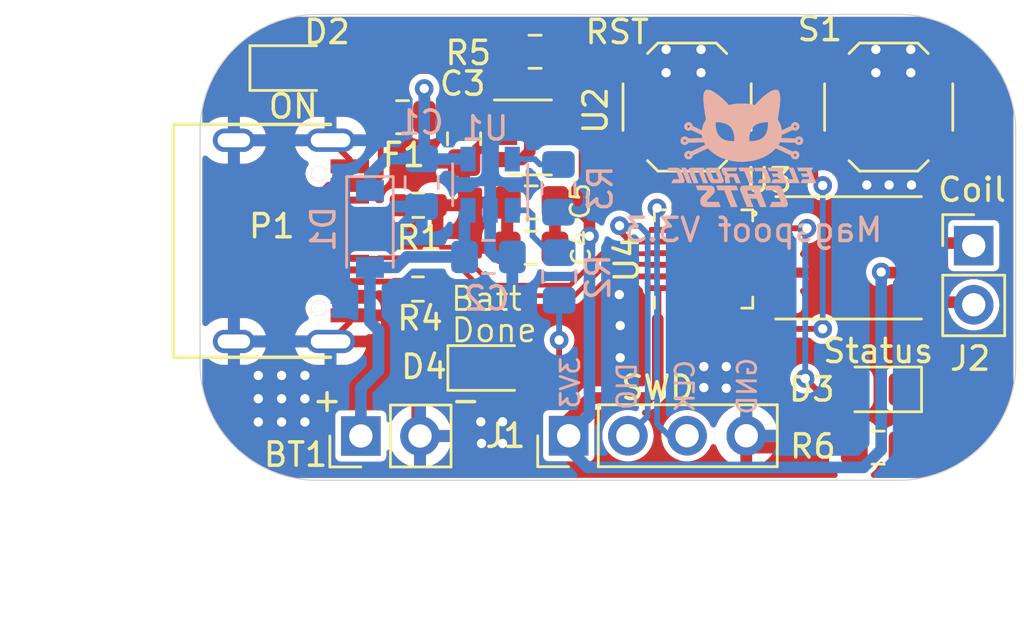
<source format=kicad_pcb>
(kicad_pcb (version 20221018) (generator pcbnew)
  (title_block (title "Magspoof V3") (date "2020-02-04") (rev "3.3v") (company "Electronic Cats") (comment 1 "Eduardo Contreras"))
  (layers (0 "F.Cu" signal) (31 "B.Cu" signal) (34 "B.Paste" user) (35 "F.Paste" user) (36 "B.SilkS" user "B.Silkscreen") (37 "F.SilkS" user "F.Silkscreen") (38 "B.Mask" user) (39 "F.Mask" user) (44 "Edge.Cuts" user))
  (net 0 "")
  (net 1 "GND")
  (net 2 "+3V3")
  (net 3 "VBUS")
  (net 4 "/LED")
  (net 5 "Net-(D2-Pad1)")
  (net 6 "/D+")
  (net 7 "/D-")
  (net 8 "/SWCLK")
  (net 9 "/SWDIO")
  (net 10 "/Out_B")
  (net 11 "/Out_A")
  (net 12 "/RST")
  (net 13 "/SW1")
  (net 14 "/IN_B")
  (net 15 "/IN_A")
  (net 16 "Net-(U3-Pad8)")
  (net 17 "Net-(U3-Pad1)")
  (net 18 "+BATT")
  (net 19 "Net-(D4-Pad2)")
  (net 20 "Net-(D3-Pad1)")
  (net 21 "Net-(R2-Pad1)")
  (net 22 "Net-(U2-Pad4)")
  (net 23 "Net-(U4-Pad17)")
  (net 24 "Net-(U4-Pad16)")
  (net 25 "Net-(U4-Pad15)")
  (net 26 "Net-(U4-Pad14)")
  (net 27 "Net-(U4-Pad13)")
  (net 28 "Net-(U4-Pad12)")
  (net 29 "Net-(U4-Pad10)")
  (net 30 "Net-(U4-Pad9)")
  (net 31 "Net-(U4-Pad6)")
  (net 32 "Net-(U4-Pad5)")
  (net 33 "Net-(U4-Pad4)")
  (net 34 "Net-(U4-Pad3)")
  (net 35 "Net-(U4-Pad2)")
  (net 36 "Net-(F1-Pad1)")
  (net 37 "Net-(P1-PadB5)")
  (net 38 "Net-(P1-PadA5)")
  (net 39 "Net-(R3-Pad1)")
  (footprint "LED_SMD:LED_0805_2012Metric_Pad1.15x1.40mm_HandSolder" (layer "F.Cu") (at 111.5 92.3)
    (fp_text reference "D2" (at 1.45 -1.55) (layer "F.SilkS"))
    (fp_text value "ON" (at 0 1.65) (layer "F.SilkS"))
    (pad "1" smd roundrect (at -1.025 0) (size 1.15 1.4) (layers "F.Cu" "F.Paste" "F.Mask") (roundrect_rratio 0.2173904348) (net 5 "Net-(D2-Pad1)"))
    (pad "2" smd roundrect (at 1.025 0) (size 1.15 1.4) (layers "F.Cu" "F.Paste" "F.Mask") (roundrect_rratio 0.2173904348) (net 2 "+3V3"))
  )
  (footprint "Connector_PinHeader_2.54mm:PinHeader_1x04_P2.54mm_Vertical" (layer "F.Cu") (at 123.32 108.09 90)
    (fp_text reference "J1" (at 0 -2.71 180) (layer "F.SilkS"))
    (fp_text value "SWD" (at 2.06 3.81 180) (layer "F.SilkS"))
    (pad "1" thru_hole rect (at 0 0 90) (size 1.7 1.7) (drill 1) (layers "*.Cu" "*.Mask") (net 2 "+3V3"))
    (pad "2" thru_hole oval (at 0 2.54 90) (size 1.7 1.7) (drill 1) (layers "*.Cu" "*.Mask") (net 9 "/SWDIO"))
    (pad "3" thru_hole oval (at 0 5.08 90) (size 1.7 1.7) (drill 1) (layers "*.Cu" "*.Mask") (net 8 "/SWCLK"))
    (pad "4" thru_hole oval (at 0 7.62 90) (size 1.7 1.7) (drill 1) (layers "*.Cu" "*.Mask") (net 1 "GND"))
  )
  (footprint "Connector_PinHeader_2.54mm:PinHeader_1x02_P2.54mm_Vertical" (layer "F.Cu") (at 140.7 99.925)
    (fp_text reference "J2" (at -0.15 4.85) (layer "F.SilkS"))
    (fp_text value "Coil" (at -0.075 -2.4) (layer "F.SilkS"))
    (pad "1" thru_hole rect (at 0 0) (size 1.7 1.7) (drill 1) (layers "*.Cu" "*.Mask") (net 11 "/Out_A"))
    (pad "2" thru_hole oval (at 0 2.54) (size 1.7 1.7) (drill 1) (layers "*.Cu" "*.Mask") (net 10 "/Out_B"))
  )
  (footprint "Resistor_SMD:R_0805_2012Metric_Pad1.15x1.40mm_HandSolder" (layer "F.Cu") (at 136.6 108.6 180)
    (fp_text reference "R6" (at 2.8 0.05 180) (layer "F.SilkS"))
    (fp_text value "180R")
    (pad "1" smd roundrect (at -1.025 0 180) (size 1.15 1.4) (layers "F.Cu" "F.Paste" "F.Mask") (roundrect_rratio 0.2173904348) (net 20 "Net-(D3-Pad1)"))
    (pad "2" smd roundrect (at 1.025 0 180) (size 1.15 1.4) (layers "F.Cu" "F.Paste" "F.Mask") (roundrect_rratio 0.2173904348) (net 1 "GND"))
  )
  (footprint "Connector_PinHeader_2.54mm:PinHeader_1x02_P2.54mm_Vertical" (layer "F.Cu") (at 114.4 108.1 90)
    (fp_text reference "BT1" (at -0.8 -2.8 180) (layer "F.SilkS"))
    (fp_text value "Battery_Cell")
    (pad "1" thru_hole rect (at 0 0 90) (size 1.7 1.7) (drill 1) (layers "*.Cu" "*.Mask") (net 18 "+BATT"))
    (pad "2" thru_hole oval (at 0 2.54 90) (size 1.7 1.7) (drill 1) (layers "*.Cu" "*.Mask") (net 1 "GND"))
  )
  (footprint "LED_SMD:LED_0805_2012Metric_Pad1.15x1.40mm_HandSolder" (layer "F.Cu") (at 119.995 105.18)
    (fp_text reference "D4" (at -2.885 -0.05 180) (layer "F.SilkS"))
    (fp_text value "CHG")
    (pad "1" smd roundrect (at -1.025 0) (size 1.15 1.4) (layers "F.Cu" "F.Paste" "F.Mask") (roundrect_rratio 0.2173904348) (net 1 "GND"))
    (pad "2" smd roundrect (at 1.025 0) (size 1.15 1.4) (layers "F.Cu" "F.Paste" "F.Mask") (roundrect_rratio 0.2173904348) (net 19 "Net-(D4-Pad2)"))
  )
  (footprint "LED_SMD:LED_0805_2012Metric_Pad1.15x1.40mm_HandSolder" (layer "F.Cu") (at 136.6 106.1 180)
    (fp_text reference "D3" (at 2.85 0 180) (layer "F.SilkS"))
    (fp_text value "Status" (at 0 1.65 180) (layer "F.SilkS"))
    (pad "1" smd roundrect (at -1.025 0 180) (size 1.15 1.4) (layers "F.Cu" "F.Paste" "F.Mask") (roundrect_rratio 0.2173904348) (net 20 "Net-(D3-Pad1)"))
    (pad "2" smd roundrect (at 1.025 0 180) (size 1.15 1.4) (layers "F.Cu" "F.Paste" "F.Mask") (roundrect_rratio 0.2173904348) (net 4 "/LED"))
  )
  (footprint "Button_Switch_SMD:SW_SPST_TL3342" (layer "F.Cu") (at 137.05 93.975)
    (fp_text reference "SW1")
    (fp_text value "S1" (at -2.95 -3.35) (layer "F.SilkS"))
    (pad "1" smd rect (at -3.15 -1.9) (size 1.7 1) (layers "F.Cu" "F.Paste" "F.Mask") (net 1 "GND"))
    (pad "1" smd rect (at 3.15 -1.9) (size 1.7 1) (layers "F.Cu" "F.Paste" "F.Mask") (net 1 "GND"))
    (pad "2" smd rect (at -3.15 1.9) (size 1.7 1) (layers "F.Cu" "F.Paste" "F.Mask") (net 13 "/SW1"))
    (pad "2" smd rect (at 3.15 1.9) (size 1.7 1) (layers "F.Cu" "F.Paste" "F.Mask") (net 13 "/SW1"))
  )
  (footprint "Button_Switch_SMD:SW_SPST_TL3342" (layer "F.Cu") (at 128.4 93.975)
    (fp_text reference "SW2")
    (fp_text value "RST" (at -3 -3.225) (layer "F.SilkS"))
    (pad "1" smd rect (at -3.15 -1.9) (size 1.7 1) (layers "F.Cu" "F.Paste" "F.Mask") (net 1 "GND"))
    (pad "1" smd rect (at 3.15 -1.9) (size 1.7 1) (layers "F.Cu" "F.Paste" "F.Mask") (net 1 "GND"))
    (pad "2" smd rect (at -3.15 1.9) (size 1.7 1) (layers "F.Cu" "F.Paste" "F.Mask") (net 12 "/RST"))
    (pad "2" smd rect (at 3.15 1.9) (size 1.7 1) (layers "F.Cu" "F.Paste" "F.Mask") (net 12 "/RST"))
  )
  (footprint "Package_DFN_QFN:QFN-24-1EP_4x4mm_P0.5mm_EP2.6x2.6mm" (layer "F.Cu") (at 129.1075 100.5 90)
    (fp_text reference "U4" (at 0 -3.3 90) (layer "F.SilkS"))
    (fp_text value "ATSAMD11D14A-M")
    (pad "1" smd roundrect (at -1.9375 -1.25 90) (size 0.825 0.25) (layers "F.Cu" "F.Paste" "F.Mask") (net 13 "/SW1"))
    (pad "2" smd roundrect (at -1.9375 -0.75 90) (size 0.825 0.25) (layers "F.Cu" "F.Paste" "F.Mask") (net 35 "Net-(U4-Pad2)"))
    (pad "3" smd roundrect (at -1.9375 -0.25 90) (size 0.825 0.25) (layers "F.Cu" "F.Paste" "F.Mask") (net 34 "Net-(U4-Pad3)"))
    (pad "4" smd roundrect (at -1.9375 0.25 90) (size 0.825 0.25) (layers "F.Cu" "F.Paste" "F.Mask") (net 33 "Net-(U4-Pad4)"))
    (pad "5" smd roundrect (at -1.9375 0.75 90) (size 0.825 0.25) (layers "F.Cu" "F.Paste" "F.Mask") (net 32 "Net-(U4-Pad5)"))
    (pad "6" smd roundrect (at -1.9375 1.25 90) (size 0.825 0.25) (layers "F.Cu" "F.Paste" "F.Mask") (net 31 "Net-(U4-Pad6)"))
    (pad "7" smd roundrect (at -1.25 1.9375 90) (size 0.25 0.825) (layers "F.Cu" "F.Paste" "F.Mask") (net 15 "/IN_A"))
    (pad "8" smd roundrect (at -0.75 1.9375 90) (size 0.25 0.825) (layers "F.Cu" "F.Paste" "F.Mask") (net 14 "/IN_B"))
    (pad "9" smd roundrect (at -0.25 1.9375 90) (size 0.25 0.825) (layers "F.Cu" "F.Paste" "F.Mask") (net 30 "Net-(U4-Pad9)"))
    (pad "10" smd roundrect (at 0.25 1.9375 90) (size 0.25 0.825) (layers "F.Cu" "F.Paste" "F.Mask") (net 29 "Net-(U4-Pad10)"))
    (pad "11" smd roundrect (at 0.75 1.9375 90) (size 0.25 0.825) (layers "F.Cu" "F.Paste" "F.Mask") (net 4 "/LED"))
    (pad "12" smd roundrect (at 1.25 1.9375 90) (size 0.25 0.825) (layers "F.Cu" "F.Paste" "F.Mask") (net 28 "Net-(U4-Pad12)"))
    (pad "13" smd roundrect (at 1.9375 1.25 90) (size 0.825 0.25) (layers "F.Cu" "F.Paste" "F.Mask") (net 27 "Net-(U4-Pad13)"))
    (pad "14" smd roundrect (at 1.9375 0.75 90) (size 0.825 0.25) (layers "F.Cu" "F.Paste" "F.Mask") (net 26 "Net-(U4-Pad14)"))
    (pad "15" smd roundrect (at 1.9375 0.25 90) (size 0.825 0.25) (layers "F.Cu" "F.Paste" "F.Mask") (net 25 "Net-(U4-Pad15)"))
    (pad "16" smd roundrect (at 1.9375 -0.25 90) (size 0.825 0.25) (layers "F.Cu" "F.Paste" "F.Mask") (net 24 "Net-(U4-Pad16)"))
    (pad "17" smd roundrect (at 1.9375 -0.75 90) (size 0.825 0.25) (layers "F.Cu" "F.Paste" "F.Mask") (net 23 "Net-(U4-Pad17)"))
    (pad "18" smd roundrect (at 1.9375 -1.25 90) (size 0.825 0.25) (layers "F.Cu" "F.Paste" "F.Mask") (net 12 "/RST"))
    (pad "19" smd roundrect (at 1.25 -1.9375 90) (size 0.25 0.825) (layers "F.Cu" "F.Paste" "F.Mask") (net 8 "/SWCLK"))
    (pad "20" smd roundrect (at 0.75 -1.9375 90) (size 0.25 0.825) (layers "F.Cu" "F.Paste" "F.Mask") (net 9 "/SWDIO"))
    (pad "21" smd roundrect (at 0.25 -1.9375 90) (size 0.25 0.825) (layers "F.Cu" "F.Paste" "F.Mask") (net 7 "/D-"))
    (pad "22" smd roundrect (at -0.25 -1.9375 90) (size 0.25 0.825) (layers "F.Cu" "F.Paste" "F.Mask") (net 6 "/D+"))
    (pad "23" smd roundrect (at -0.75 -1.9375 90) (size 0.25 0.825) (layers "F.Cu" "F.Paste" "F.Mask") (net 1 "GND"))
    (pad "24" smd roundrect (at -1.25 -1.9375 90) (size 0.25 0.825) (layers "F.Cu" "F.Paste" "F.Mask") (net 2 "+3V3"))
    (pad "25" smd rect (at 0 0 90) (size 2.6 2.6) (layers "F.Cu" "F.Mask"))
  )
  (footprint "Fuse:Fuse_0805_2012Metric" (layer "F.Cu") (at 116.19 94.41)
    (fp_text reference "F1" (at 0.06 1.62) (layer "F.SilkS"))
    (fp_text value "0.5A")
    (pad "1" smd roundrect (at -0.9375 0) (size 0.975 1.4) (layers "F.Cu" "F.Paste" "F.Mask") (net 36 "Net-(F1-Pad1)"))
    (pad "2" smd roundrect (at 0.9375 0) (size 0.975 1.4) (layers "F.Cu" "F.Paste" "F.Mask") (net 3 "VBUS"))
  )
  (footprint "Connectors:C393939" (layer "F.Cu") (at 113.1 99.72 -90)
    (fp_text reference "P1" (at -0.63 2.52 180) (layer "F.SilkS"))
    (fp_text value "USB_C_Plug_USB2.0")
    (pad "" thru_hole circle (at -2.89 0.5 270) (size 0.65 0.65) (drill 0.65) (layers "*.Cu" "*.Mask"))
    (pad "" thru_hole circle (at 2.89 0.5 270) (size 0.65 0.65) (drill 0.65) (layers "*.Cu" "*.Mask"))
    (pad "A1" smd rect (at -3.2 -0.825 270) (size 0.6 1.65) (layers "F.Cu" "F.Paste" "F.Mask") (net 1 "GND"))
    (pad "A1" smd rect (at 3.2 -0.825 270) (size 0.6 1.65) (layers "F.Cu" "F.Paste" "F.Mask") (net 1 "GND"))
    (pad "A4" smd rect (at -2.4 -0.825 270) (size 0.6 1.65) (layers "F.Cu" "F.Paste" "F.Mask") (net 36 "Net-(F1-Pad1)"))
    (pad "A4" smd rect (at 2.4 -0.825 270) (size 0.6 1.65) (layers "F.Cu" "F.Paste" "F.Mask") (net 36 "Net-(F1-Pad1)"))
    (pad "A5" smd rect (at -1.25 -0.825 270) (size 0.3 1.65) (layers "F.Cu" "F.Paste" "F.Mask") (net 38 "Net-(P1-PadA5)"))
    (pad "A6" smd rect (at -0.25 -0.825 270) (size 0.3 1.65) (layers "F.Cu" "F.Paste" "F.Mask") (net 6 "/D+"))
    (pad "A6" smd rect (at 0.75 -0.825 270) (size 0.3 1.65) (layers "F.Cu" "F.Paste" "F.Mask") (net 6 "/D+"))
    (pad "A7" smd rect (at -0.75 -0.825 270) (size 0.3 1.65) (layers "F.Cu" "F.Paste" "F.Mask") (net 7 "/D-"))
    (pad "A7" smd rect (at 0.25 -0.825 270) (size 0.3 1.65) (layers "F.Cu" "F.Paste" "F.Mask") (net 7 "/D-"))
    (pad "A8" smd rect (at -1.75 -0.825 270) (size 0.3 1.65) (layers "F.Cu" "F.Paste" "F.Mask"))
    (pad "B5" smd rect (at 1.75 -0.825 270) (size 0.3 1.65) (layers "F.Cu" "F.Paste" "F.Mask") (net 37 "Net-(P1-PadB5)"))
    (pad "B8" smd rect (at 1.25 -0.825 270) (size 0.3 1.65) (layers "F.Cu" "F.Paste" "F.Mask"))
    (pad "S1" thru_hole oval (at -4.32 0 270) (size 1 2.1) (drill oval 0.6 1.7) (layers "*.Cu" "*.Mask") (net 1 "GND"))
    (pad "S1" thru_hole oval (at -4.32 4.15 270) (size 1 1.8) (drill oval 0.6 1.4) (layers "*.Cu" "*.Mask") (net 1 "GND"))
    (pad "S1" thru_hole oval (at 4.32 0 270) (size 1 2.1) (drill oval 0.6 1.7) (layers "*.Cu" "*.Mask") (net 1 "GND"))
    (pad "S1" thru_hole oval (at 4.32 4.15 270) (size 1 1.8) (drill oval 0.6 1.4) (layers "*.Cu" "*.Mask") (net 1 "GND"))
  )
  (footprint "Resistor_SMD:R_0603_1608Metric" (layer "F.Cu") (at 116.865 98.19 180)
    (fp_text reference "R1" (at -0.045 -1.41) (layer "F.SilkS"))
    (fp_text value "5.1k")
    (pad "1" smd roundrect (at -0.825 0 180) (size 0.8 0.95) (layers "F.Cu" "F.Paste" "F.Mask") (net 1 "GND"))
    (pad "2" smd roundrect (at 0.825 0 180) (size 0.8 0.95) (layers "F.Cu" "F.Paste" "F.Mask") (net 38 "Net-(P1-PadA5)"))
  )
  (footprint "Capacitor_SMD:C_0805_2012Metric_Pad1.15x1.40mm_HandSolder" (layer "F.Cu") (at 121.71 98.07 180)
    (fp_text reference "C5" (at -2.1 0.05 90) (layer "F.SilkS") (effects (font (size 0.8 0.8) (thickness 0.12))))
    (fp_text value "0.1uF")
    (pad "1" smd roundrect (at -1.025 0 180) (size 1.15 1.4) (layers "F.Cu" "F.Paste" "F.Mask") (roundrect_rratio 0.2173904348) (net 2 "+3V3"))
    (pad "2" smd roundrect (at 1.025 0 180) (size 1.15 1.4) (layers "F.Cu" "F.Paste" "F.Mask") (roundrect_rratio 0.2173904348) (net 1 "GND"))
  )
  (footprint "Capacitor_SMD:C_0805_2012Metric_Pad1.15x1.40mm_HandSolder" (layer "F.Cu") (at 118.83 95.335 -90)
    (fp_text reference "C3" (at -2.365 0.06 180) (layer "F.SilkS"))
    (fp_text value "10uF")
    (pad "1" smd roundrect (at -1.025 0 270) (size 1.15 1.4) (layers "F.Cu" "F.Paste" "F.Mask") (roundrect_rratio 0.2173904348) (net 3 "VBUS"))
    (pad "2" smd roundrect (at 1.025 0 270) (size 1.15 1.4) (layers "F.Cu" "F.Paste" "F.Mask") (roundrect_rratio 0.2173904348) (net 1 "GND"))
  )
  (footprint "Capacitor_SMD:C_0805_2012Metric_Pad1.15x1.40mm_HandSolder" (layer "F.Cu") (at 121.705 100.02 180)
    (fp_text reference "C4" (at -2.15 0 90) (layer "F.SilkS") (effects (font (size 0.8 0.8) (thickness 0.12))))
    (fp_text value "10uF")
    (pad "1" smd roundrect (at -1.025 0 180) (size 1.15 1.4) (layers "F.Cu" "F.Paste" "F.Mask") (roundrect_rratio 0.2173904348) (net 2 "+3V3"))
    (pad "2" smd roundrect (at 1.025 0 180) (size 1.15 1.4) (layers "F.Cu" "F.Paste" "F.Mask") (roundrect_rratio 0.2173904348) (net 1 "GND"))
  )
  (footprint "Resistor_SMD:R_0603_1608Metric" (layer "F.Cu") (at 116.85 101.79 180)
    (fp_text reference "R4" (at -0.09 -1.26) (layer "F.SilkS"))
    (fp_text value "5.1k")
    (pad "1" smd roundrect (at -0.825 0 180) (size 0.8 0.95) (layers "F.Cu" "F.Paste" "F.Mask") (net 1 "GND"))
    (pad "2" smd roundrect (at 0.825 0 180) (size 0.8 0.95) (layers "F.Cu" "F.Paste" "F.Mask") (net 37 "Net-(P1-PadB5)"))
  )
  (footprint "Resistor_SMD:R_0805_2012Metric_Pad1.15x1.40mm_HandSolder" (layer "F.Cu") (at 121.875 91.6)
    (fp_text reference "R5" (at -2.865 0.05) (layer "F.SilkS"))
    (fp_text value "180R")
    (pad "1" smd roundrect (at -1.025 0) (size 1.15 1.4) (layers "F.Cu" "F.Paste" "F.Mask") (roundrect_rratio 0.2173904348) (net 5 "Net-(D2-Pad1)"))
    (pad "2" smd roundrect (at 1.025 0) (size 1.15 1.4) (layers "F.Cu" "F.Paste" "F.Mask") (roundrect_rratio 0.2173904348) (net 1 "GND"))
  )
  (footprint "Package_TO_SOT_SMD:SOT-23-5" (layer "F.Cu") (at 121.68 95.28)
    (fp_text reference "U2" (at 2.79 -1.16 270) (layer "F.SilkS"))
    (fp_text value "AP2112K-3.3")
    (pad "1" smd rect (at -1.1 -0.95) (size 1.06 0.65) (layers "F.Cu" "F.Paste" "F.Mask") (net 3 "VBUS"))
    (pad "2" smd rect (at -1.1 0) (size 1.06 0.65) (layers "F.Cu" "F.Paste" "F.Mask") (net 1 "GND"))
    (pad "3" smd rect (at -1.1 0.95) (size 1.06 0.65) (layers "F.Cu" "F.Paste" "F.Mask") (net 3 "VBUS"))
    (pad "4" smd rect (at 1.1 0.95) (size 1.06 0.65) (layers "F.Cu" "F.Paste" "F.Mask") (net 22 "Net-(U2-Pad4)"))
    (pad "5" smd rect (at 1.1 -0.95) (size 1.06 0.65) (layers "F.Cu" "F.Paste" "F.Mask") (net 2 "+3V3"))
  )
  (footprint "magspoof:TC4424EMF" (layer "F.Cu") (at 135.33 100.45)
    (fp_text reference "U3" (at -3.43 -3.33) (layer "F.SilkS"))
    (fp_text value "TC4424")
    (pad "1" smd rect (at -2.771402 -1.905) (size 1.0668 0.4318) (layers "F.Cu" "F.Paste" "F.Mask") (net 17 "Net-(U3-Pad1)"))
    (pad "2" smd rect (at -2.771402 -0.635) (size 1.0668 0.4318) (layers "F.Cu" "F.Paste" "F.Mask") (net 14 "/IN_B"))
    (pad "3" smd rect (at -2.771402 0.635) (size 1.0668 0.4318) (layers "F.Cu" "F.Paste" "F.Mask") (net 1 "GND"))
    (pad "4" smd rect (at -2.771402 1.905) (size 1.0668 0.4318) (layers "F.Cu" "F.Paste" "F.Mask") (net 15 "/IN_A"))
    (pad "5" smd rect (at 2.771402 1.905) (size 1.0668 0.4318) (layers "F.Cu" "F.Paste" "F.Mask") (net 10 "/Out_B"))
    (pad "6" smd rect (at 2.771402 0.635) (size 1.0668 0.4318) (layers "F.Cu" "F.Paste" "F.Mask") (net 2 "+3V3"))
    (pad "7" smd rect (at 2.771402 -0.635) (size 1.0668 0.4318) (layers "F.Cu" "F.Paste" "F.Mask") (net 11 "/Out_A"))
    (pad "8" smd rect (at 2.771402 -1.905) (size 1.0668 0.4318) (layers "F.Cu" "F.Paste" "F.Mask") (net 16 "Net-(U3-Pad8)"))
  )
  (footprint "Aesthetics:electronic_cats_logo_4x3" (layer "B.Cu") (at 130.75 95.75 180)
    (fp_text reference "G***" hide)
    (fp_text value "LOGO" hide)
  )
  (footprint "Capacitor_SMD:C_0805_2012Metric_Pad1.15x1.40mm_HandSolder" (layer "B.Cu") (at 117.01 97.22 -90)
    (fp_text reference "C1" (at -2.58 0.03 180) (layer "B.SilkS") (effects (justify mirror)))
    (fp_text value "10uF")
    (pad "1" smd roundrect (at -1.025 0 270) (size 1.15 1.4) (layers "B.Cu" "B.Paste" "B.Mask") (roundrect_rratio 0.2173904348) (net 3 "VBUS"))
    (pad "2" smd roundrect (at 1.025 0 270) (size 1.15 1.4) (layers "B.Cu" "B.Paste" "B.Mask") (roundrect_rratio 0.2173904348) (net 1 "GND"))
  )
  (footprint "Capacitor_SMD:C_0805_2012Metric_Pad1.15x1.40mm_HandSolder" (layer "B.Cu") (at 119.875 100.41)
    (fp_text reference "C2" (at -0.065 1.78) (layer "B.SilkS") (effects (justify mirror)))
    (fp_text value "10uF")
    (pad "1" smd roundrect (at -1.025 0) (size 1.15 1.4) (layers "B.Cu" "B.Paste" "B.Mask") (roundrect_rratio 0.2173904348) (net 18 "+BATT"))
    (pad "2" smd roundrect (at 1.025 0) (size 1.15 1.4) (layers "B.Cu" "B.Paste" "B.Mask") (roundrect_rratio 0.2173904348) (net 1 "GND"))
  )
  (footprint "Resistor_SMD:R_0805_2012Metric_Pad1.15x1.40mm_HandSolder" (layer "B.Cu") (at 122.88 97.465 -90)
    (fp_text reference "R3" (at 0 -1.8 270) (layer "B.SilkS") (effects (justify mirror)))
    (fp_text value "2K")
    (pad "1" smd roundrect (at -1.025 0 270) (size 1.15 1.4) (layers "B.Cu" "B.Paste" "B.Mask") (roundrect_rratio 0.2173904348) (net 39 "Net-(R3-Pad1)"))
    (pad "2" smd roundrect (at 1.025 0 270) (size 1.15 1.4) (layers "B.Cu" "B.Paste" "B.Mask") (roundrect_rratio 0.2173904348) (net 1 "GND"))
  )
  (footprint "Package_TO_SOT_SMD:SOT-23-5" (layer "B.Cu") (at 119.95 97.31 90)
    (fp_text reference "U1" (at 2.42 -0.22) (layer "B.SilkS") (effects (justify mirror)))
    (fp_text value "MCP73831")
    (pad "1" smd rect (at -1.1 0.95 90) (size 1.06 0.65) (layers "B.Cu" "B.Paste" "B.Mask") (net 21 "Net-(R2-Pad1)"))
    (pad "2" smd rect (at -1.1 0 90) (size 1.06 0.65) (layers "B.Cu" "B.Paste" "B.Mask") (net 1 "GND"))
    (pad "3" smd rect (at -1.1 -0.95 90) (size 1.06 0.65) (layers "B.Cu" "B.Paste" "B.Mask") (net 18 "+BATT"))
    (pad "4" smd rect (at 1.1 -0.95 90) (size 1.06 0.65) (layers "B.Cu" "B.Paste" "B.Mask") (net 3 "VBUS"))
    (pad "5" smd rect (at 1.1 0.95 90) (size 1.06 0.65) (layers "B.Cu" "B.Paste" "B.Mask") (net 39 "Net-(R3-Pad1)"))
  )
  (footprint "Diode_SMD:D_SOD-123" (layer "B.Cu") (at 114.79 99.21 -90)
    (fp_text reference "D1" (at 0 2 270) (layer "B.SilkS") (effects (justify mirror)))
    (fp_text value "MBR120")
    (pad "1" smd rect (at -1.65 0 270) (size 0.9 1.2) (layers "B.Cu" "B.Paste" "B.Mask") (net 3 "VBUS"))
    (pad "2" smd rect (at 1.65 0 270) (size 0.9 1.2) (layers "B.Cu" "B.Paste" "B.Mask") (net 18 "+BATT"))
  )
  (footprint "Resistor_SMD:R_0805_2012Metric_Pad1.15x1.40mm_HandSolder" (layer "B.Cu") (at 122.91 101.25 -90)
    (fp_text reference "R2" (at 0.025 -1.67 270) (layer "B.SilkS") (effects (justify mirror)))
    (fp_text value "470")
    (pad "1" smd roundrect (at -1.025 0 270) (size 1.15 1.4) (layers "B.Cu" "B.Paste" "B.Mask") (roundrect_rratio 0.2173904348) (net 21 "Net-(R2-Pad1)"))
    (pad "2" smd roundrect (at 1.025 0 270) (size 1.15 1.4) (layers "B.Cu" "B.Paste" "B.Mask") (roundrect_rratio 0.2173904348) (net 19 "Net-(D4-Pad2)"))
  )
  (gr_arc (start 137.5 90) (mid 141.035534 91.464466) (end 142.5 95) (stroke (width 0.05)) (layer "Edge.Cuts"))
  (gr_line (start 107.5 95) (end 107.5 105) (stroke (width 0.05)) (layer "Edge.Cuts"))
  (gr_arc (start 107.5 95) (mid 108.964466 91.464466) (end 112.5 90) (stroke (width 0.05)) (layer "Edge.Cuts"))
  (gr_line (start 112.5 110) (end 137.5 110) (stroke (width 0.05)) (layer "Edge.Cuts"))
  (gr_line (start 142.5 105) (end 142.5 95) (stroke (width 0.05)) (layer "Edge.Cuts"))
  (gr_line (start 137.5 90) (end 112.5 90) (stroke (width 0.05)) (layer "Edge.Cuts"))
  (gr_arc (start 142.5 105) (mid 141.035534 108.535534) (end 137.5 110) (stroke (width 0.05)) (layer "Edge.Cuts"))
  (gr_arc (start 112.5 110) (mid 108.964466 108.535534) (end 107.5 105) (stroke (width 0.05)) (layer "Edge.Cuts"))
  (gr_text "DIO" (at 125.82 105.96 90) (layer "B.SilkS") (effects (font (size 0.8 0.8) (thickness 0.12)) (justify mirror)))
  (gr_text "CLK" (at 128.31 105.96 90) (layer "B.SilkS") (effects (font (size 0.8 0.8) (thickness 0.12)) (justify mirror)))
  (gr_text "GND" (at 130.98 105.96 90) (layer "B.SilkS") (effects (font (size 0.8 0.8) (thickness 0.12)) (justify mirror)))
  (gr_text "Magspoof V3.3" (at 131.25 99.25) (layer "B.SilkS") (effects (font (size 1 1)) (justify mirror)))
  (gr_text "3V3" (at 123.39 105.81 90) (layer "B.SilkS") (effects (font (size 0.8 0.8) (thickness 0.12)) (justify mirror)))
  (gr_text "Done" (at 120.12 103.56) (layer "F.SilkS") (effects (font (size 1 1) (thickness 0.12))))
  (gr_text "Batt" (at 119.79 102.21) (layer "F.SilkS") (effects (font (size 1 1) (thickness 0.12))))
  (gr_text "-" (at 118.9 106.55) (layer "F.SilkS") (effects (font (size 1 1))))
  (gr_text "+" (at 112.95 106.55) (layer "F.SilkS") (effects (font (size 1 1))))
  (segment (start 116.82 104.97) (end 116.82 105.84) (width 0.5) (layer "F.Cu") (net 1))
  (segment (start 110 107.5) (end 111 107.5) (width 0.3) (layer "F.Cu") (net 1))
  (segment (start 130.94 108.35) (end 131.19 108.6) (width 0.5) (layer "F.Cu") (net 1))
  (segment (start 113.925 102.92) (end 113.925 103.215) (width 0.25) (layer "F.Cu") (net 1))
  (segment (start 127.17 101.25) (end 125.94 101.25) (width 0.25) (layer "F.Cu") (net 1))
  (segment (start 112 106.5) (end 111 106.5) (width 0.3) (layer "F.Cu") (net 1))
  (segment (start 120.68 98.075) (end 120.685 98.07) (width 0.5) (layer "F.Cu") (net 1))
  (segment (start 140.15 92.1) (end 138.4 92.1) (width 0.3) (layer "F.Cu") (net 1))
  (segment (start 119.91 95.28) (end 118.83 96.36) (width 0.5) (layer "F.Cu") (net 1))
  (segment (start 112.25 106.5) (end 112 106.5) (width 0.3) (layer "F.Cu") (net 1))
  (segment (start 120.68 100.02) (end 120.68 98.075) (width 0.5) (layer "F.Cu") (net 1))
  (segment (start 108.95 104.04) (end 108.95 105.2) (width 0.5) (layer "F.Cu") (net 1))
  (segment (start 116.82 107.98) (end 116.94 108.1) (width 0.5) (layer "F.Cu") (net 1))
  (segment (start 120.58 95.28) (end 119.91 95.28) (width 0.5) (layer "F.Cu") (net 1))
  (segment (start 116.82 104.97) (end 117.24 105.39) (width 0.5) (layer "F.Cu") (net 1))
  (segment (start 118.83 97.95) (end 118.59 98.19) (width 0.5) (layer "F.Cu") (net 1))
  (segment (start 116.82 104.025) (end 116.82 104.97) (width 0.5) (layer "F.Cu") (net 1))
  (segment (start 117.24 105.39) (end 118.76 105.39) (width 0.5) (layer "F.Cu") (net 1))
  (segment (start 138.4 92.1) (end 138 92.5) (width 0.3) (layer "F.Cu") (net 1))
  (segment (start 108.95 95.4) (end 113.1 95.4) (width 0.25) (layer "F.Cu") (net 1))
  (segment (start 112.3 106.55) (end 112.25 106.5) (width 0.3) (layer "F.Cu") (net 1))
  (segment (start 113.925 96.225) (end 113.1 95.4) (width 0.25) (layer "F.Cu") (net 1))
  (segment (start 112.84 105.5) (end 113.1 105.24) (width 0.25) (layer "F.Cu") (net 1))
  (segment (start 116.94 108.1) (end 116.94 108.09) (width 0.5) (layer "F.Cu") (net 1))
  (segment (start 140.2 92.075) (end 138.425 92.075) (width 0.3) (layer "F.Cu") (net 1))
  (segment (start 116.82 105.81) (end 117.24 105.39) (width 0.5) (layer "F.Cu") (net 1))
  (segment (start 129 91.5) (end 127.5 91.5) (width 0.3) (layer "F.Cu") (net 1))
  (segment (start 118.83 96.36) (end 118.83 97.95) (width 0.5) (layer "F.Cu") (net 1))
  (segment (start 116.82 105.84) (end 116.82 105.81) (width 0.5) (layer "F.Cu") (net 1))
  (segment (start 112 105.5) (end 112.84 105.5) (width 0.25) (layer "F.Cu") (net 1))
  (segment (start 138.425 92.075) (end 138 92.5) (width 0.3) (layer "F.Cu") (net 1))
  (segment (start 125.94 101.25) (end 125.46 101.73) (width 0.25) (layer "F.Cu") (net 1))
  (segment (start 108.95 105.2) (end 109.25 105.5) (width 0.5) (layer "F.Cu") (net 1))
  (segment (start 116.82 105.84) (end 116.82 107.98) (width 0.5) (layer "F.Cu") (net 1))
  (segment (start 127.5 92.5) (end 129 92.5) (width 0.3) (layer "F.Cu") (net 1))
  (segment (start 131.55 92.075) (end 129.575 92.075) (width 0.3) (layer "F.Cu") (net 1))
  (segment (start 127.17 101.25) (end 128.3575 101.25) (width 0.25) (layer "F.Cu") (net 1))
  (segment (start 136.5 92.5) (end 136.5 91.5) (width 0.3) (layer "F.Cu") (net 1))
  (segment (start 124.12 91.6) (end 122.9 91.6) (width 0.5) (layer "F.Cu") (net 1))
  (segment (start 113.925 103.215) (end 113.1 104.04) (width 0.25) (layer "F.Cu") (net 1))
  (segment (start 112 105.5) (end 111 105.5) (width 0.3) (layer "F.Cu") (net 1))
  (segment (start 118.76 105.39) (end 118.97 105.18) (width 0.5) (layer "F.Cu") (net 1))
  (segment (start 116.94 108.09) (end 116.73 107.88) (width 0.5) (layer "F.Cu") (net 1))
  (segment (start 113.925 96.52) (end 113.925 96.225) (width 0.25) (layer "F.Cu") (net 1))
  (segment (start 111 106.5) (end 110 106.5) (width 0.3) (layer "F.Cu") (net 1))
  (segment (start 109.25 105.5) (end 110 105.5) (width 0.5) (layer "F.Cu") (net 1))
  (segment (start 132.558598 101.085) (end 134.655 101.085) (width 0.25) (layer "F.Cu") (net 1))
  (segment (start 128.3575 101.25) (end 129.1075 100.5) (width 0.25) (layer "F.Cu") (net 1))
  (segment (start 125.25 92.075) (end 124.595 92.075) (width 0.5) (layer "F.Cu") (net 1))
  (segment (start 131.19 108.6) (end 135.575 108.6) (width 0.5) (layer "F.Cu") (net 1))
  (segment (start 124.595 92.075) (end 124.12 91.6) (width 0.5) (layer "F.Cu") (net 1))
  (segment (start 130.94 108.09) (end 130.94 108.35) (width 0.5) (layer "F.Cu") (net 1))
  (segment (start 113.1 105.24) (end 113.1 104.04) (width 0.25) (layer "F.Cu") (net 1))
  (segment (start 118.59 98.19) (end 117.69 98.19) (width 0.5) (layer "F.Cu") (net 1))
  (via (at 129.12 105.12) (size 0.8) (drill 0.4) (layers "F.Cu" "B.Cu") (net 1))
  (via (at 125.53 104.74) (size 0.8) (drill 0.4) (layers "F.Cu" "B.Cu") (net 1))
  (via (at 138 92.5) (size 0.8) (drill 0.4) (layers "F.Cu" "B.Cu") (net 1))
  (via (at 127.5 91.5) (size 0.8) (drill 0.4) (layers "F.Cu" "B.Cu") (net 1))
  (via (at 125.53 103.36) (size 0.8) (drill 0.4) (layers "F.Cu" "B.Cu") (net 1))
  (via (at 119.58 108.42) (size 0.8) (drill 0.4) (layers "F.Cu" "B.Cu") (net 1))
  (via (at 129.12 106.02) (size 0.8) (drill 0.4) (layers "F.Cu" "B.Cu") (net 1))
  (via (at 130.08 105.12) (size 0.8) (drill 0.4) (layers "F.Cu" "B.Cu") (net 1))
  (via (at 138 91.5) (size 0.8) (drill 0.4) (layers "F.Cu" "B.Cu") (net 1))
  (via (at 111 105.5) (size 0.8) (drill 0.4) (layers "F.Cu" "B.Cu") (net 1))
  (via (at 119.55 107.49) (size 0.8) (drill 0.4) (layers "F.Cu" "B.Cu") (net 1))
  (via (at 120.48 108.42) (size 0.8) (drill 0.4) (layers "F.Cu" "B.Cu") (net 1))
  (via (at 111 107.5) (size 0.8) (drill 0.4) (layers "F.Cu" "B.Cu") (net 1))
  (via (at 138.03 97.32) (size 0.8) (drill 0.4) (layers "F.Cu" "B.Cu") (net 1))
  (via (at 110 105.5) (size 0.8) (drill 0.4) (layers "F.Cu" "B.Cu") (net 1))
  (via (at 129 91.5) (size 0.8) (drill 0.4) (layers "F.Cu" "B.Cu") (net 1))
  (via (at 130.08 106.05) (size 0.8) (drill 0.4) (layers "F.Cu" "B.Cu") (net 1))
  (via (at 110 107.5) (size 0.8) (drill 0.4) (layers "F.Cu" "B.Cu") (net 1))
  (via (at 136.11 97.32) (size 0.8) (drill 0.4) (layers "F.Cu" "B.Cu") (net 1))
  (via (at 112 106.5) (size 0.8) (drill 0.4) (layers "F.Cu" "B.Cu") (net 1))
  (via (at 120.48 107.49) (size 0.8) (drill 0.4) (layers "F.Cu" "B.Cu") (net 1))
  (via (at 111 106.5) (size 0.8) (drill 0.4) (layers "F.Cu" "B.Cu") (net 1))
  (via (at 125.49 102.03) (size 0.8) (drill 0.4) (layers "F.Cu" "B.Cu") (net 1))
  (via (at 136.5 92.5) (size 0.8) (drill 0.4) (layers "F.Cu" "B.Cu") (net 1))
  (via (at 110 106.5) (size 0.8) (drill 0.4) (layers "F.Cu" "B.Cu") (net 1))
  (via (at 137.07 97.32) (size 0.8) (drill 0.4) (layers "F.Cu" "B.Cu") (net 1))
  (via (at 127.5 92.5) (size 0.8) (drill 0.4) (layers "F.Cu" "B.Cu") (net 1))
  (via (at 136.5 91.5) (size 0.8) (drill 0.4) (layers "F.Cu" "B.Cu") (net 1))
  (via (at 129 92.5) (size 0.8) (drill 0.4) (layers "F.Cu" "B.Cu") (net 1))
  (via (at 112 105.5) (size 0.8) (drill 0.4) (layers "F.Cu" "B.Cu") (net 1))
  (via (at 112 107.5) (size 0.8) (drill 0.4) (layers "F.Cu" "B.Cu") (net 1))
  (segment (start 136.5 91.5) (end 138 91.5) (width 0.3) (layer "B.Cu") (net 1))
  (segment (start 129.5 92) (end 129 91.5) (width 0.3) (layer "B.Cu") (net 1))
  (segment (start 111 105.5) (end 110 105.5) (width 0.3) (layer "B.Cu") (net 1))
  (segment (start 119.95 98.41) (end 119.95 100.18) (width 0.5) (layer "B.Cu") (net 1))
  (segment (start 110 106.5) (end 111 106.5) (width 0.3) (layer "B.Cu") (net 1))
  (segment (start 112 106.5) (end 112 105.5) (width 0.3) (layer "B.Cu") (net 1))
  (segment (start 119.95 100.18) (end 120.18 100.41) (width 0.5) (layer "B.Cu") (net 1))
  (segment (start 111 106.5) (end 112 106.5) (width 0.3) (layer "B.Cu") (net 1))
  (segment (start 122.88 98.49) (end 123.87 98.49) (width 0.5) (layer "B.Cu") (net 1))
  (segment (start 124.17 98.19) (end 124.17 94.86) (width 0.5) (layer "B.Cu") (net 1))
  (segment (start 127.5 91.5) (end 127.5 92.5) (width 0.3) (layer "B.Cu") (net 1))
  (segment (start 138 92.5) (end 136.5 92.5) (width 0.3) (layer "B.Cu") (net 1))
  (segment (start 123.87 98.49) (end 124.17 98.19) (width 0.5) (layer "B.Cu") (net 1))
  (segment (start 123.63 94.32) (end 120.845 94.32) (width 0.5) (layer "B.Cu") (net 1))
  (segment (start 117.01 98.245) (end 115.485 99.77) (width 0.5) (layer "B.Cu") (net 1))
  (segment (start 110 106.5) (end 110 107.5) (width 0.3) (layer "B.Cu") (net 1))
  (segment (start 111 107.5) (end 112 107.5) (width 0.3) (layer "B.Cu") (net 1))
  (segment (start 124.17 94.86) (end 123.63 94.32) (width 0.5) (layer "B.Cu") (net 1))
  (segment (start 120.18 100.41) (end 120.9 100.41) (width 0.5) (layer "B.Cu") (net 1))
  (segment (start 124.210663 98.830663) (end 124.210663 99.519337) (width 0.5) (layer "F.Cu") (net 2))
  (segment (start 123.54 97.65) (end 123.999999 97.190001) (width 0.5) (layer "F.Cu") (net 2))
  (segment (start 138.101402 101.085) (end 136.755 101.085) (width 0.5) (layer "F.Cu") (net 2))
  (segment (start 123.45 98.07) (end 123.99 98.61) (width 0.5) (layer "F.Cu") (net 2))
  (segment (start 123.539998 94.33) (end 122.78 94.33) (width 0.5) (layer "F.Cu") (net 2))
  (segment (start 124.210663 97.400665) (end 123.999999 97.190001) (width 0.5) (layer "F.Cu") (net 2))
  (segment (start 122.735 98.07) (end 123.45 98.07) (width 0.5) (layer "F.Cu") (net 2))
  (segment (start 123.99 98.61) (end 123.99 98.1) (width 0.5) (layer "F.Cu") (net 2))
  (segment (start 123.99 98.61) (end 124.210663 98.830663) (width 0.5) (layer "F.Cu") (net 2))
  (segment (start 123.999999 94.790001) (end 123.539998 94.33) (width 0.5) (layer "F.Cu") (net 2))
  (segment (start 124.210663 98.830663) (end 124.210663 97.400665) (width 0.5) (layer "F.Cu") (net 2))
  (segment (start 122.73 100.02) (end 122.73 98.075) (width 0.5) (layer "F.Cu") (net 2))
  (segment (start 127.14 106.08) (end 127.14 103.08) (width 0.5) (layer "F.Cu") (net 2))
  (segment (start 123.99 98.1) (end 123.78 97.89) (width 0.5) (layer "F.Cu") (net 2))
  (segment (start 122.735 98.07) (end 123.12 98.07) (width 0.5) (layer "F.Cu") (net 2))
  (segment (start 123.999999 97.670001) (end 123.78 97.89) (width 0.5) (layer "F.Cu") (net 2))
  (segment (start 123.78 97.89) (end 123.54 97.65) (width 0.5) (layer "F.Cu") (net 2))
  (segment (start 123.12 98.07) (end 123.54 97.65) (width 0.5) (layer "F.Cu") (net 2))
  (segment (start 124.22 106.47) (end 126.75 106.47) (width 0.5) (layer "F.Cu") (net 2))
  (segment (start 112.525 92.3) (end 117.71 92.3) (width 0.5) (layer "F.Cu") (net 2))
  (segment (start 123.999999 97.190001) (end 123.999999 97.670001) (width 0.5) (layer "F.Cu") (net 2))
  (segment (start 122.73 98.075) (end 122.735 98.07) (width 0.5) (layer "F.Cu") (net 2))
  (segment (start 122.4 93.24) (end 122.78 93.62) (width 0.5) (layer "F.Cu") (net 2))
  (segment (start 127.17 101.75) (end 127.17 103.05) (width 0.25) (layer "F.Cu") (net 2))
  (segment (start 122.78 93.62) (end 122.78 94.33) (width 0.5) (layer "F.Cu") (net 2))
  (segment (start 127.17 103.05) (end 127.14 103.08) (width 0.25) (layer "F.Cu") (net 2))
  (segment (start 123.32 107.37) (end 124.22 106.47) (width 0.5) (layer "F.Cu") (net 2))
  (segment (start 123.32 108.09) (end 123.32 107.37) (width 0.5) (layer "F.Cu") (net 2))
  (segment (start 136.755 101.085) (end 136.73 101.06) (width 0.5) (layer "F.Cu") (net 2))
  (segment (start 118.65 93.24) (end 122.4 93.24) (width 0.5) (layer "F.Cu") (net 2))
  (segment (start 126.75 106.47) (end 127.14 106.08) (width 0.5) (layer "F.Cu") (net 2))
  (segment (start 117.71 92.3) (end 118.65 93.24) (width 0.5) (layer "F.Cu") (net 2))
  (segment (start 123.999999 97.190001) (end 123.999999 94.790001) (width 0.5) (layer "F.Cu") (net 2))
  (via (at 124.210663 99.519337) (size 0.8) (drill 0.4) (layers "F.Cu" "B.Cu") (net 2))
  (via (at 136.73 101.06) (size 0.8) (drill 0.4) (layers "F.Cu" "B.Cu") (net 2))
  (segment (start 136.73 108.69) (end 135.97 109.45) (width 0.5) (layer "B.Cu") (net 2))
  (segment (start 124.13 109.45) (end 135.97 109.45) (width 0.5) (layer "B.Cu") (net 2))
  (segment (start 124.210663 107.199337) (end 123.32 108.09) (width 0.5) (layer "B.Cu") (net 2))
  (segment (start 136.73 101.06) (end 136.73 108.69) (width 0.5) (layer "B.Cu") (net 2))
  (segment (start 123.32 108.64) (end 124.13 109.45) (width 0.5) (layer "B.Cu") (net 2))
  (segment (start 124.210663 99.519337) (end 124.210663 107.199337) (width 0.5) (layer "B.Cu") (net 2))
  (segment (start 123.32 108.09) (end 123.32 108.64) (width 0.5) (layer "B.Cu") (net 2))
  (segment (start 117.1275 93.1875) (end 117.12 93.18) (width 0.5) (layer "F.Cu") (net 3))
  (segment (start 117.1275 94.41) (end 117.1275 93.1875) (width 0.5) (layer "F.Cu") (net 3))
  (segment (start 120.58 94.33) (end 118.85 94.33) (width 0.5) (layer "F.Cu") (net 3))
  (segment (start 121.27 94.33) (end 120.58 94.33) (width 0.5) (layer "F.Cu") (net 3))
  (segment (start 117.2275 94.31) (end 117.1275 94.41) (width 0.5) (layer "F.Cu") (net 3))
  (segment (start 121.3 96.23) (end 121.65 95.88) (width 0.5) (layer "F.Cu") (net 3))
  (segment (start 118.85 94.33) (end 118.83 94.31) (width 0.5) (layer "F.Cu") (net 3))
  (segment (start 121.65 95.88) (end 121.65 94.71) (width 0.5) (layer "F.Cu") (net 3))
  (segment (start 120.58 96.23) (end 121.3 96.23) (width 0.5) (layer "F.Cu") (net 3))
  (segment (start 118.83 94.31) (end 117.2275 94.31) (width 0.5) (layer "F.Cu") (net 3))
  (segment (start 121.65 94.71) (end 121.27 94.33) (width 0.5) (layer "F.Cu") (net 3))
  (via (at 117.12 93.18) (size 0.8) (drill 0.4) (layers "F.Cu" "B.Cu") (net 3))
  (segment (start 117.12 95.76) (end 117.57 96.21) (width 0.5) (layer "B.Cu") (net 3))
  (segment (start 117.12 93.18) (end 117.12 94.11) (width 0.5) (layer "B.Cu") (net 3))
  (segment (start 117.57 96.21) (end 119 96.21) (width 0.5) (layer "B.Cu") (net 3))
  (segment (start 117.12 95.76) (end 117.12 96.12) (width 0.5) (layer "B.Cu") (net 3))
  (segment (start 115.485 96.195) (end 117.01 96.195) (width 0.5) (layer "B.Cu") (net 3))
  (segment (start 117.21 96.21) (end 117.57 96.21) (width 0.5) (layer "B.Cu") (net 3))
  (segment (start 114.79 97.56) (end 114.79 96.89) (width 0.5) (layer "B.Cu") (net 3))
  (segment (start 117.12 94.11) (end 117.12 95.76) (width 0.5) (layer "B.Cu") (net 3))
  (segment (start 117.12 96.12) (end 117.21 96.21) (width 0.5) (layer "B.Cu") (net 3))
  (segment (start 114.79 96.89) (end 115.485 96.195) (width 0.5) (layer "B.Cu") (net 3))
  (segment (start 135.575 106.1) (end 133.94 106.1) (width 0.25) (layer "F.Cu") (net 4))
  (segment (start 133.94 106.1) (end 133.47 105.63) (width 0.25) (layer "F.Cu") (net 4))
  (segment (start 131.46 99.75) (end 132.03 99.18) (width 0.25) (layer "F.Cu") (net 4))
  (segment (start 131.045 99.75) (end 131.46 99.75) (width 0.25) (layer "F.Cu") (net 4))
  (segment (start 132.03 99.18) (end 133.54499 99.18) (width 0.25) (layer "F.Cu") (net 4))
  (via (at 133.47 105.63) (size 0.8) (drill 0.4) (layers "F.Cu" "B.Cu") (net 4))
  (via (at 133.54499 99.18) (size 0.8) (drill 0.4) (layers "F.Cu" "B.Cu") (net 4))
  (segment (start 133.47 105.63) (end 133.47 99.25499) (width 0.25) (layer "B.Cu") (net 4))
  (segment (start 133.47 99.25499) (end 133.54499 99.18) (width 0.25) (layer "B.Cu") (net 4))
  (segment (start 133.29 105.45) (end 133.47 105.63) (width 0.25) (layer "B.Cu") (net 4))
  (segment (start 120.85 91.6) (end 113.94 91.6) (width 0.25) (layer "F.Cu") (net 5))
  (segment (start 110.475 91.645) (end 110.475 92.3) (width 0.25) (layer "F.Cu") (net 5))
  (segment (start 113.94 91.6) (end 113.32 90.98) (width 0.25) (layer "F.Cu") (net 5))
  (segment (start 113.32 90.98) (end 111.14 90.98) (width 0.25) (layer "F.Cu") (net 5))
  (segment (start 111.14 90.98) (end 110.475 91.645) (width 0.25) (layer "F.Cu") (net 5))
  (segment (start 115.185901 100.4466) (end 118.246138 100.4466) (width 0.2032) (layer "F.Cu") (net 6))
  (segment (start 112.77 100.3432) (end 112.77 99.5968) (width 0.2032) (layer "F.Cu") (net 6))
  (segment (start 112.77 99.5968) (end 112.8968 99.47) (width 0.2032) (layer "F.Cu") (net 6))
  (segment (start 127.1466 100.7266) (end 127.17 100.75) (width 0.2032) (layer "F.Cu") (net 6))
  (segment (start 119.876138 102.0766) (end 123.573862 102.0766) (width 0.2032) (layer "F.Cu") (net 6))
  (segment (start 113.925 100.47) (end 115.162501 100.47) (width 0.2032) (layer "F.Cu") (net 6))
  (segment (start 115.162501 100.47) (end 115.185901 100.4466) (width 0.2032) (layer "F.Cu") (net 6))
  (segment (start 123.573862 102.0766) (end 124.923862 100.7266) (width 0.2032) (layer "F.Cu") (net 6))
  (segment (start 112.8968 99.47) (end 113.925 99.47) (width 0.2032) (layer "F.Cu") (net 6))
  (segment (start 124.923862 100.7266) (end 127.1466 100.7266) (width 0.2032) (layer "F.Cu") (net 6))
  (segment (start 112.8968 100.47) (end 112.77 100.3432) (width 0.2032) (layer "F.Cu") (net 6))
  (segment (start 118.246138 100.4466) (end 119.876138 102.0766) (width 0.2032) (layer "F.Cu") (net 6))
  (segment (start 113.925 100.47) (end 112.8968 100.47) (width 0.2032) (layer "F.Cu") (net 6))
  (segment (start 127.1466 100.2734) (end 127.17 100.25) (width 0.2032) (layer "F.Cu") (net 7))
  (segment (start 115.185901 99.9934) (end 118.433862 99.9934) (width 0.2032) (layer "F.Cu") (net 7))
  (segment (start 115.162501 99.97) (end 115.185901 99.9934) (width 0.2032) (layer "F.Cu") (net 7))
  (segment (start 118.433862 99.9934) (end 120.063862 101.6234) (width 0.2032) (layer "F.Cu") (net 7))
  (segment (start 113.925 99.97) (end 115.162501 99.97) (width 0.2032) (layer "F.Cu") (net 7))
  (segment (start 115.02 99.802882) (end 115.02 99.137118) (width 0.2032) (layer "F.Cu") (net 7))
  (segment (start 120.063862 101.6234) (end 123.386138 101.6234) (width 0.2032) (layer "F.Cu") (net 7))
  (segment (start 114.852882 99.97) (end 113.925 99.97) (width 0.2032) (layer "F.Cu") (net 7))
  (segment (start 114.852882 98.97) (end 113.925 98.97) (width 0.2032) (layer "F.Cu") (net 7))
  (segment (start 115.02 99.802882) (end 114.852882 99.97) (width 0.2032) (layer "F.Cu") (net 7))
  (segment (start 115.02 99.137118) (end 114.852882 98.97) (width 0.2032) (layer "F.Cu") (net 7))
  (segment (start 123.386138 101.6234) (end 124.736138 100.2734) (width 0.2032) (layer "F.Cu") (net 7))
  (segment (start 124.736138 100.2734) (end 127.1466 100.2734) (width 0.2032) (layer "F.Cu") (net 7))
  (segment (start 127.11 98.31) (end 127.11 99.19) (width 0.25) (layer "F.Cu") (net 8))
  (segment (start 127.11 99.19) (end 127.17 99.25) (width 0.25) (layer "F.Cu") (net 8))
  (via (at 127.11 98.31) (size 0.8) (drill 0.4) (layers "F.Cu" "B.Cu") (net 8))
  (segment (start 127.11 107.58) (end 127.11 98.31) (width 0.25) (layer "B.Cu") (net 8))
  (segment (start 128.4 108.09) (end 127.62 108.09) (width 0.25) (layer "B.Cu") (net 8))
  (segment (start 127.62 108.09) (end 127.11 107.58) (width 0.25) (layer "B.Cu") (net 8))
  (segment (start 125.96 99.75) (end 125.5 99.29) (width 0.25) (layer "F.Cu") (net 9))
  (segment (start 127.17 99.75) (end 125.96 99.75) (width 0.25) (layer "F.Cu") (net 9))
  (segment (start 125.5 99.29) (end 125.5 99.07) (width 0.25) (layer "F.Cu") (net 9))
  (via (at 125.5 99.07) (size 0.8) (drill 0.4) (layers "F.Cu" "B.Cu") (net 9))
  (segment (start 126.70999 99.42999) (end 126.70999 100.55001) (width 0.25) (layer "B.Cu") (net 9))
  (segment (start 125.5 99.07) (end 126.35 99.07) (width 0.25) (layer "B.Cu") (net 9))
  (segment (start 126.35 99.07) (end 126.70999 99.42999) (width 0.25) (layer "B.Cu") (net 9))
  (segment (start 125.86 108.09) (end 126.70999 107.24001) (width 0.25) (layer "B.Cu") (net 9))
  (segment (start 126.70999 107.24001) (end 126.70999 100.55001) (width 0.25) (layer "B.Cu") (net 9))
  (segment (start 140.59 102.355) (end 140.7 102.465) (width 0.5) (layer "F.Cu") (net 10))
  (segment (start 138.101402 102.355) (end 140.59 102.355) (width 0.5) (layer "F.Cu") (net 10))
  (segment (start 140.59 99.815) (end 140.7 99.925) (width 0.5) (layer "F.Cu") (net 11))
  (segment (start 138.101402 99.815) (end 140.59 99.815) (width 0.5) (layer "F.Cu") (net 11))
  (segment (start 128.315 95.875) (end 128.12 95.875) (width 0.25) (layer "F.Cu") (net 12))
  (segment (start 125.25 95.875) (end 127.595 95.875) (width 0.25) (layer "F.Cu") (net 12))
  (segment (start 128.12 95.875) (end 127.8575 96.1375) (width 0.25) (layer "F.Cu") (net 12))
  (segment (start 127.8575 98.5625) (end 127.8575 96.1375) (width 0.25) (layer "F.Cu") (net 12))
  (segment (start 128.315 95.875) (end 131.55 95.875) (width 0.25) (layer "F.Cu") (net 12))
  (segment (start 127.8575 96.1375) (end 127.595 95.875) (width 0.25) (layer "F.Cu") (net 12))
  (segment (start 127.595 95.875) (end 128.315 95.875) (width 0.25) (layer "F.Cu") (net 12))
  (segment (start 133.9 95.875) (end 140.2 95.875) (width 0.25) (layer "F.Cu") (net 13))
  (segment (start 127.8575 103.3475) (end 128.01 103.5) (width 0.25) (layer "F.Cu") (net 13))
  (segment (start 128.01 103.5) (end 134.22 103.5) (width 0.25) (layer "F.Cu") (net 13))
  (segment (start 127.8575 102.4375) (end 127.8575 103.3475) (width 0.25) (layer "F.Cu") (net 13))
  (segment (start 134.22 97.34) (end 133.9 97.02) (width 0.25) (layer "F.Cu") (net 13))
  (segment (start 133.9 97.02) (end 133.9 95.875) (width 0.25) (layer "F.Cu") (net 13))
  (via (at 134.22 103.5) (size 0.8) (drill 0.4) (layers "F.Cu" "B.Cu") (net 13))
  (via (at 134.22 97.34) (size 0.8) (drill 0.4) (layers "F.Cu" "B.Cu") (net 13))
  (segment (start 134.22 103.5) (end 134.22 97.34) (width 0.25) (layer "B.Cu") (net 13))
  (segment (start 134.308 97.34) (end 134.366 97.282) (width 0.25) (layer "B.Cu") (net 13))
  (segment (start 134.22 97.34) (end 134.308 97.34) (width 0.25) (layer "B.Cu") (net 13))
  (segment (start 131.045 101.25) (end 131.52 101.25) (width 0.25) (layer "F.Cu") (net 14))
  (segment (start 132.225 99.815) (end 132.558598 99.815) (width 0.25) (layer "F.Cu") (net 14))
  (segment (start 131.750197 101.019803) (end 131.750197 100.289803) (width 0.25) (layer "F.Cu") (net 14))
  (segment (start 131.750197 100.289803) (end 132.225 99.815) (width 0.25) (layer "F.Cu") (net 14))
  (segment (start 131.52 101.25) (end 131.750197 101.019803) (width 0.25) (layer "F.Cu") (net 14))
  (segment (start 131.53 102.235) (end 132.438598 102.235) (width 0.25) (layer "F.Cu") (net 15))
  (segment (start 132.438598 102.235) (end 132.558598 102.355) (width 0.25) (layer "F.Cu") (net 15))
  (segment (start 131.045 101.75) (end 131.53 102.235) (width 0.25) (layer "F.Cu") (net 15))
  (segment (start 114.4 106.04) (end 114.4 108.1) (width 0.5) (layer "B.Cu") (net 18))
  (segment (start 114.79 103.19) (end 114.79 100.86) (width 0.5) (layer "B.Cu") (net 18))
  (segment (start 115.155 103.555) (end 114.79 103.19) (width 0.5) (layer "B.Cu") (net 18))
  (segment (start 115.92 100.86) (end 116.37 100.41) (width 0.5) (layer "B.Cu") (net 18))
  (segment (start 114.79 100.86) (end 115.92 100.86) (width 0.5) (layer "B.Cu") (net 18))
  (segment (start 116.37 100.41) (end 118.85 100.41) (width 0.5) (layer "B.Cu") (net 18))
  (segment (start 118.85 98.56) (end 119 98.41) (width 0.5) (layer "B.Cu") (net 18))
  (segment (start 115.155 105.285) (end 115.155 103.555) (width 0.5) (layer "B.Cu") (net 18))
  (segment (start 118.85 100.41) (end 118.85 98.56) (width 0.5) (layer "B.Cu") (net 18))
  (segment (start 115.155 105.285) (end 114.4 106.04) (width 0.5) (layer "B.Cu") (net 18))
  (segment (start 122.91 103.98) (end 122.91 105) (width 0.25) (layer "F.Cu") (net 19))
  (segment (start 122.73 105.18) (end 121.02 105.18) (width 0.25) (layer "F.Cu") (net 19))
  (segment (start 122.91 105) (end 122.73 105.18) (width 0.25) (layer "F.Cu") (net 19))
  (via (at 122.91 103.98) (size 0.8) (drill 0.4) (layers "F.Cu" "B.Cu") (net 19))
  (segment (start 122.91 102.275) (end 122.91 103.98) (width 0.25) (layer "B.Cu") (net 19))
  (segment (start 137.625 106.1) (end 137.625 108.6) (width 0.25) (layer "F.Cu") (net 20))
  (segment (start 122.91 100.225) (end 122.485 100.225) (width 0.25) (layer "B.Cu") (net 21))
  (segment (start 122.485 100.225) (end 121.77 99.51) (width 0.25) (layer "B.Cu") (net 21))
  (segment (start 121.77 99.51) (end 121.77 98.61) (width 0.25) (layer "B.Cu") (net 21))
  (segment (start 121.77 98.61) (end 121.57 98.41) (width 0.25) (layer "B.Cu") (net 21))
  (segment (start 121.57 98.41) (end 120.9 98.41) (width 0.25) (layer "B.Cu") (net 21))
  (segment (start 113.104998 102.12) (end 113.925 102.12) (width 0.25) (layer "F.Cu") (net 36))
  (segment (start 112.998002 97.32) (end 112.39339 97.924612) (width 0.25) (layer "F.Cu") (net 36))
  (segment (start 112.39339 101.408392) (end 113.104998 102.12) (width 0.25) (layer "F.Cu") (net 36))
  (segment (start 115.2525 96.9675) (end 115.2525 94.41) (width 0.25) (layer "F.Cu") (net 36))
  (segment (start 114.9 97.32) (end 115.2525 96.9675) (width 0.25) (layer "F.Cu") (net 36))
  (segment (start 113.925 97.32) (end 112.998002 97.32) (width 0.25) (layer "F.Cu") (net 36))
  (segment (start 113.925 97.32) (end 114.9 97.32) (width 0.25) (layer "F.Cu") (net 36))
  (segment (start 112.39339 97.924612) (end 112.39339 101.408392) (width 0.25) (layer "F.Cu") (net 36))
  (segment (start 115.705 101.47) (end 116.025 101.79) (width 0.25) (layer "F.Cu") (net 37))
  (segment (start 113.925 101.47) (end 115.705 101.47) (width 0.25) (layer "F.Cu") (net 37))
  (segment (start 113.925 98.47) (end 115.76 98.47) (width 0.25) (layer "F.Cu") (net 38))
  (segment (start 115.76 98.47) (end 116.04 98.19) (width 0.25) (layer "F.Cu") (net 38))
  (segment (start 121.86 96.21) (end 120.9 96.21) (width 0.25) (layer "B.Cu") (net 39))
  (segment (start 122.09 96.44) (end 121.86 96.21) (width 0.25) (layer "B.Cu") (net 39))
  (segment (start 122.88 96.44) (end 122.09 96.44) (width 0.25) (layer "B.Cu") (net 39))
  (zone (net 1) (net_name "GND") (layer "F.Cu") (connect_pads (clearance 0.25)) (min_thickness 0.254) (fill yes (thermal_gap 0.508) (thermal_bridge_width 0.508))
    (polygon (pts (xy 142.8 109.98) (xy 107.31 109.92) (xy 107.31 89.85) (xy 142.65 89.76)))
  )
  (zone (net 1) (net_name "GND") (layer "B.Cu") (connect_pads (clearance 0.25)) (min_thickness 0.254) (fill yes (thermal_gap 0.508) (thermal_bridge_width 0.508))
    (polygon (pts (xy 142.86 110.04) (xy 107.25 109.98) (xy 107.37 89.79) (xy 142.68 89.67)))
  )
)
</source>
